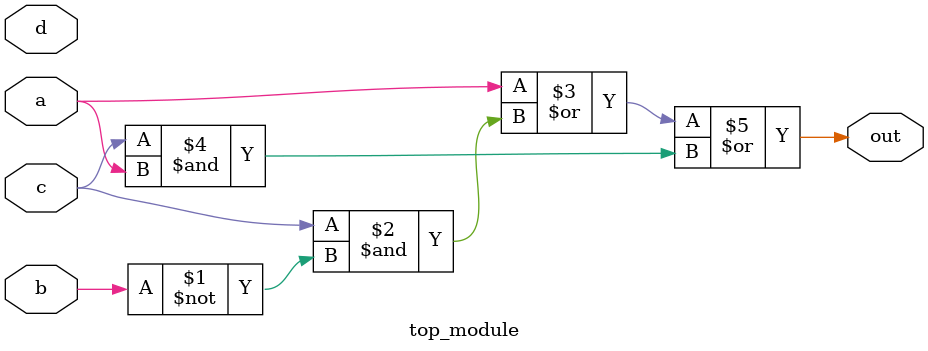
<source format=v>
module top_module(
    input a,
    input b,
    input c,
    input d,
    output out  ); 

    assign out = a | c&~b | c&a;
    
endmodule

</source>
